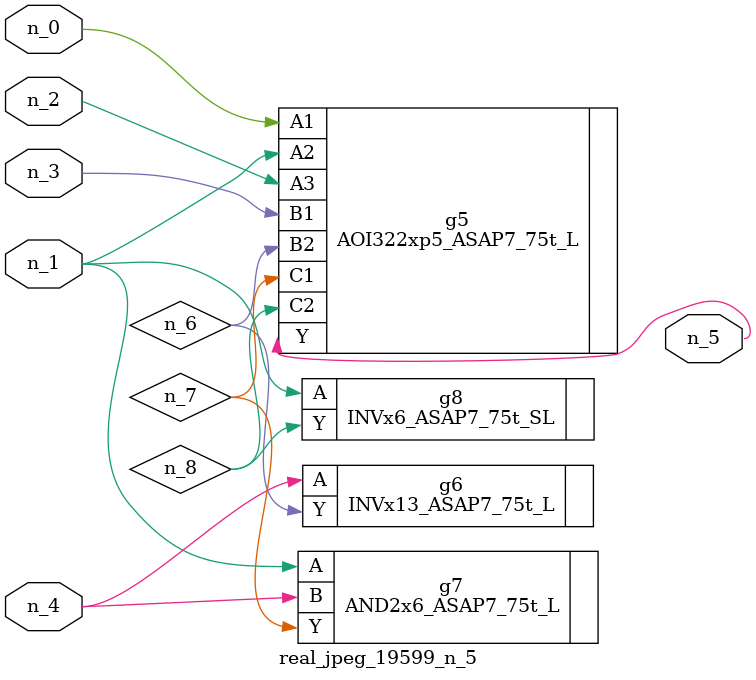
<source format=v>
module real_jpeg_19599_n_5 (n_4, n_0, n_1, n_2, n_3, n_5);

input n_4;
input n_0;
input n_1;
input n_2;
input n_3;

output n_5;

wire n_8;
wire n_6;
wire n_7;

AOI322xp5_ASAP7_75t_L g5 ( 
.A1(n_0),
.A2(n_1),
.A3(n_2),
.B1(n_3),
.B2(n_6),
.C1(n_7),
.C2(n_8),
.Y(n_5)
);

AND2x6_ASAP7_75t_L g7 ( 
.A(n_1),
.B(n_4),
.Y(n_7)
);

INVx6_ASAP7_75t_SL g8 ( 
.A(n_1),
.Y(n_8)
);

INVx13_ASAP7_75t_L g6 ( 
.A(n_4),
.Y(n_6)
);


endmodule
</source>
